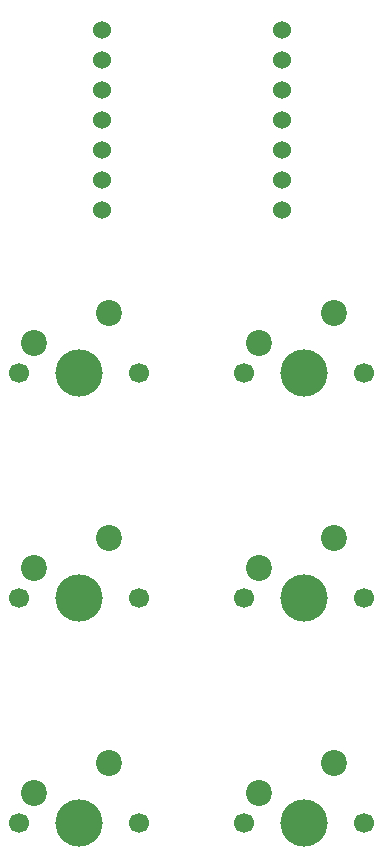
<source format=gbr>
%TF.GenerationSoftware,KiCad,Pcbnew,9.0.1*%
%TF.CreationDate,2025-12-08T16:46:31+00:00*%
%TF.ProjectId,Macropad PCB,4d616372-6f70-4616-9420-5043422e6b69,rev?*%
%TF.SameCoordinates,Original*%
%TF.FileFunction,Soldermask,Bot*%
%TF.FilePolarity,Negative*%
%FSLAX46Y46*%
G04 Gerber Fmt 4.6, Leading zero omitted, Abs format (unit mm)*
G04 Created by KiCad (PCBNEW 9.0.1) date 2025-12-08 16:46:31*
%MOMM*%
%LPD*%
G01*
G04 APERTURE LIST*
%ADD10C,1.700000*%
%ADD11C,4.000000*%
%ADD12C,2.200000*%
%ADD13C,1.524000*%
G04 APERTURE END LIST*
D10*
%TO.C,SW1*%
X80645000Y-71437500D03*
D11*
X85725000Y-71437500D03*
D10*
X90805000Y-71437500D03*
D12*
X88265000Y-66357500D03*
X81915000Y-68897500D03*
%TD*%
D13*
%TO.C,U1*%
X87630000Y-42386250D03*
X87630000Y-44926250D03*
X87630000Y-47466250D03*
X87630000Y-50006250D03*
X87630000Y-52546250D03*
X87630000Y-55086250D03*
X87630000Y-57626250D03*
X102870000Y-57626250D03*
X102870000Y-55086250D03*
X102870000Y-52546250D03*
X102870000Y-50006250D03*
X102870000Y-47466250D03*
X102870000Y-44926250D03*
X102870000Y-42386250D03*
%TD*%
D10*
%TO.C,SW5*%
X80645000Y-109537500D03*
D11*
X85725000Y-109537500D03*
D10*
X90805000Y-109537500D03*
D12*
X88265000Y-104457500D03*
X81915000Y-106997500D03*
%TD*%
D10*
%TO.C,SW2*%
X99695000Y-71437500D03*
D11*
X104775000Y-71437500D03*
D10*
X109855000Y-71437500D03*
D12*
X107315000Y-66357500D03*
X100965000Y-68897500D03*
%TD*%
D10*
%TO.C,SW4*%
X99695000Y-90487500D03*
D11*
X104775000Y-90487500D03*
D10*
X109855000Y-90487500D03*
D12*
X107315000Y-85407500D03*
X100965000Y-87947500D03*
%TD*%
D10*
%TO.C,SW6*%
X99695000Y-109537500D03*
D11*
X104775000Y-109537500D03*
D10*
X109855000Y-109537500D03*
D12*
X107315000Y-104457500D03*
X100965000Y-106997500D03*
%TD*%
D10*
%TO.C,SW3*%
X80645000Y-90487500D03*
D11*
X85725000Y-90487500D03*
D10*
X90805000Y-90487500D03*
D12*
X88265000Y-85407500D03*
X81915000Y-87947500D03*
%TD*%
M02*

</source>
